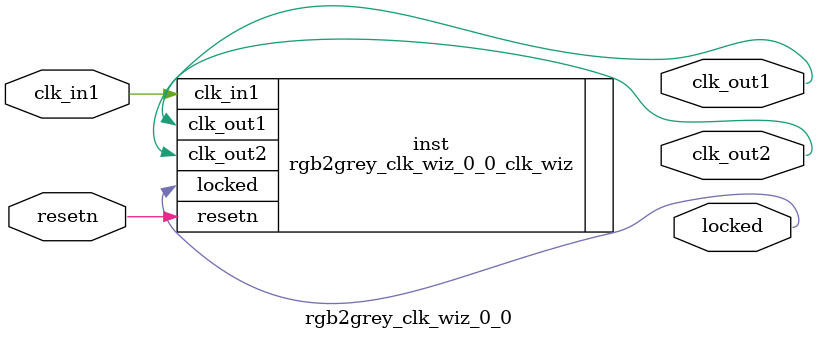
<source format=v>


`timescale 1ps/1ps

(* CORE_GENERATION_INFO = "rgb2grey_clk_wiz_0_0,clk_wiz_v6_0_9_0_0,{component_name=rgb2grey_clk_wiz_0_0,use_phase_alignment=true,use_min_o_jitter=false,use_max_i_jitter=false,use_dyn_phase_shift=false,use_inclk_switchover=false,use_dyn_reconfig=false,enable_axi=0,feedback_source=FDBK_AUTO,PRIMITIVE=MMCM,num_out_clk=2,clkin1_period=8.000,clkin2_period=10.000,use_power_down=false,use_reset=true,use_locked=true,use_inclk_stopped=false,feedback_type=SINGLE,CLOCK_MGR_TYPE=NA,manual_override=false}" *)

module rgb2grey_clk_wiz_0_0 
 (
  // Clock out ports
  output        clk_out1,
  output        clk_out2,
  // Status and control signals
  input         resetn,
  output        locked,
 // Clock in ports
  input         clk_in1
 );

  rgb2grey_clk_wiz_0_0_clk_wiz inst
  (
  // Clock out ports  
  .clk_out1(clk_out1),
  .clk_out2(clk_out2),
  // Status and control signals               
  .resetn(resetn), 
  .locked(locked),
 // Clock in ports
  .clk_in1(clk_in1)
  );

endmodule

</source>
